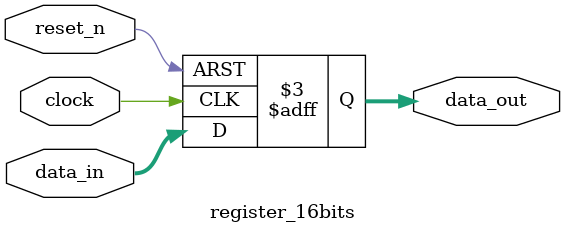
<source format=sv>
module register_16bits (
    input clock, 
    input reset_n, 
    input [15:0] data_in,
    output reg [15:0] data_out
  ); 
 
  always @(posedge(clock) or negedge(reset_n)) 
    begin 
      if (reset_n == 1'b0) 
        data_out <= 16'h0000; 
      else 
        data_out <= data_in; 
    end 
endmodule 

</source>
